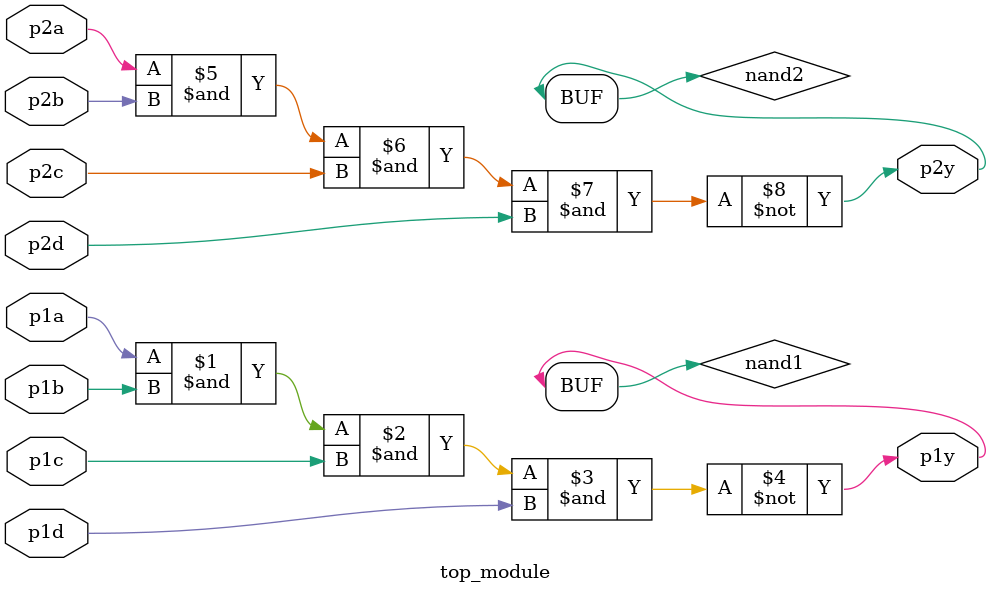
<source format=sv>
module top_module(
    input p1a, 
    input p1b, 
    input p1c, 
    input p1d, 
    output p1y, 
    input p2a, 
    input p2b, 
    input p2c, 
    input p2d, 
    output p2y
);

    wire nand1, nand2;

    // Gate 1
    assign nand1 = ~(p1a & p1b & p1c & p1d);
    assign p1y = nand1;

    // Gate 2 
    assign nand2 = ~(p2a & p2b & p2c & p2d);
    assign p2y = nand2;

endmodule

</source>
